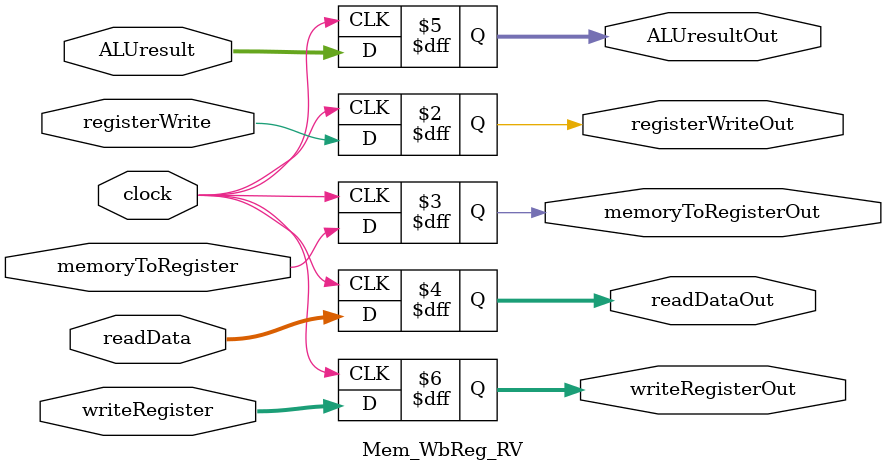
<source format=v>

module Mem_WbReg_RV(
    input clock,
    input registerWrite,
    input memoryToRegister,
    input [31:0] ALUresult,
    input [31:0] readData,
    input [4:0] writeRegister,
    output reg registerWriteOut,
    output reg memoryToRegisterOut,
    output reg [31:0] readDataOut,
    output reg [31:0] ALUresultOut,
    output reg [4:0] writeRegisterOut
);
always @(posedge clock) begin
    registerWriteOut <= registerWrite;
    memoryToRegisterOut <= memoryToRegister;
    readDataOut <= readData;
    ALUresultOut <= ALUresult;
    writeRegisterOut <= writeRegister;
end
endmodule
</source>
